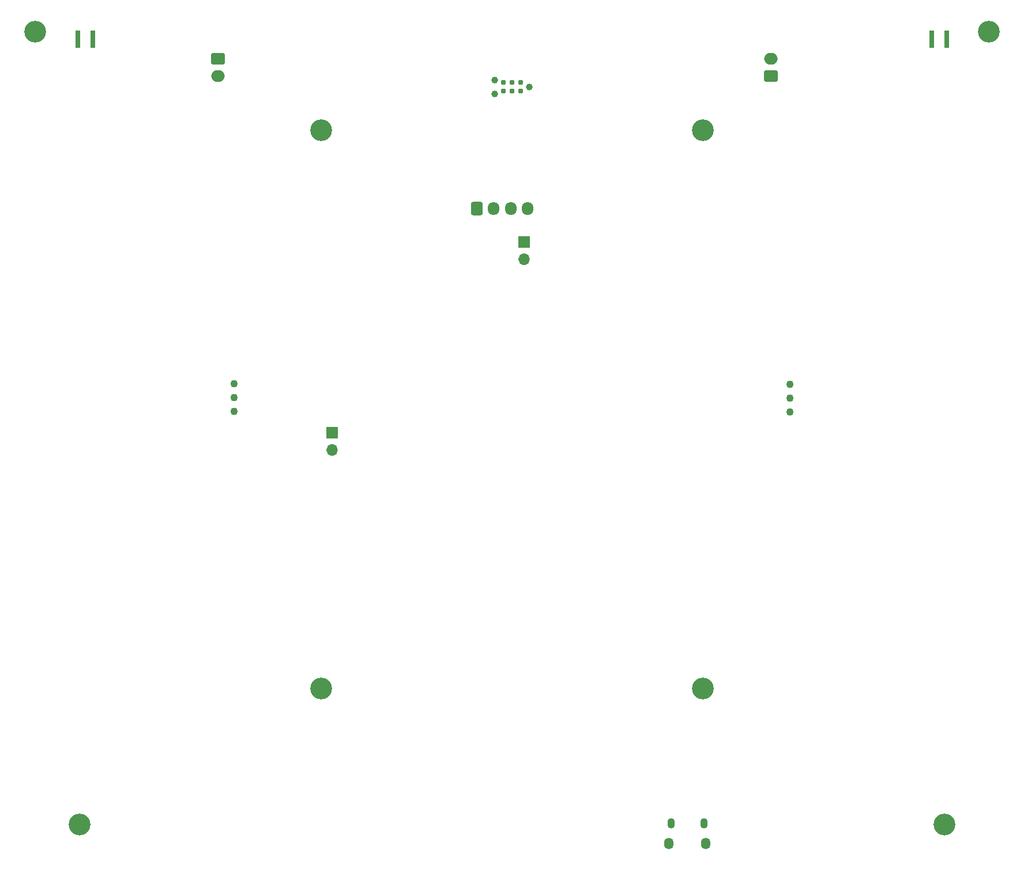
<source format=gbs>
G04 #@! TF.GenerationSoftware,KiCad,Pcbnew,8.0.2*
G04 #@! TF.CreationDate,2025-02-01T23:04:16-07:00*
G04 #@! TF.ProjectId,steering wheel v4,73746565-7269-46e6-9720-776865656c20,rev?*
G04 #@! TF.SameCoordinates,Original*
G04 #@! TF.FileFunction,Soldermask,Bot*
G04 #@! TF.FilePolarity,Negative*
%FSLAX46Y46*%
G04 Gerber Fmt 4.6, Leading zero omitted, Abs format (unit mm)*
G04 Created by KiCad (PCBNEW 8.0.2) date 2025-02-01 23:04:16*
%MOMM*%
%LPD*%
G01*
G04 APERTURE LIST*
G04 Aperture macros list*
%AMRoundRect*
0 Rectangle with rounded corners*
0 $1 Rounding radius*
0 $2 $3 $4 $5 $6 $7 $8 $9 X,Y pos of 4 corners*
0 Add a 4 corners polygon primitive as box body*
4,1,4,$2,$3,$4,$5,$6,$7,$8,$9,$2,$3,0*
0 Add four circle primitives for the rounded corners*
1,1,$1+$1,$2,$3*
1,1,$1+$1,$4,$5*
1,1,$1+$1,$6,$7*
1,1,$1+$1,$8,$9*
0 Add four rect primitives between the rounded corners*
20,1,$1+$1,$2,$3,$4,$5,0*
20,1,$1+$1,$4,$5,$6,$7,0*
20,1,$1+$1,$6,$7,$8,$9,0*
20,1,$1+$1,$8,$9,$2,$3,0*%
G04 Aperture macros list end*
%ADD10C,3.200000*%
%ADD11R,1.700000X1.700000*%
%ADD12O,1.700000X1.700000*%
%ADD13O,1.350000X1.700000*%
%ADD14O,1.100000X1.500000*%
%ADD15C,1.100000*%
%ADD16R,0.750000X2.630000*%
%ADD17RoundRect,0.250000X-0.600000X-0.725000X0.600000X-0.725000X0.600000X0.725000X-0.600000X0.725000X0*%
%ADD18O,1.700000X1.950000*%
%ADD19RoundRect,0.250000X-0.750000X0.600000X-0.750000X-0.600000X0.750000X-0.600000X0.750000X0.600000X0*%
%ADD20O,2.000000X1.700000*%
%ADD21RoundRect,0.250000X0.750000X-0.600000X0.750000X0.600000X-0.750000X0.600000X-0.750000X-0.600000X0*%
%ADD22C,0.990600*%
%ADD23C,0.787400*%
G04 APERTURE END LIST*
D10*
X179921122Y-45487913D03*
X123921122Y-127500000D03*
D11*
X125471122Y-89922913D03*
D12*
X125471122Y-92462913D03*
D10*
X221921122Y-30987913D03*
X123921122Y-45487913D03*
D13*
X174945000Y-150280000D03*
D14*
X175255000Y-147280000D03*
X180095000Y-147280000D03*
D13*
X180405000Y-150280000D03*
D11*
X153700000Y-61900000D03*
D12*
X153700000Y-64440000D03*
D15*
X192721122Y-82837913D03*
X192721122Y-84837913D03*
X192721122Y-86837913D03*
D16*
X213598622Y-32095413D03*
X215728622Y-32095413D03*
D17*
X146721122Y-56937913D03*
D18*
X149221122Y-56937913D03*
X151721122Y-56937913D03*
X154221122Y-56937913D03*
D19*
X108721122Y-34987913D03*
D20*
X108721122Y-37487913D03*
D10*
X88421122Y-147487913D03*
D16*
X90336122Y-32112913D03*
X88206122Y-32112913D03*
D10*
X215421122Y-147487913D03*
X179921122Y-127500000D03*
D15*
X111156122Y-86752913D03*
X111156122Y-84752913D03*
X111156122Y-82752913D03*
D10*
X81921122Y-30987913D03*
D21*
X189921122Y-37487913D03*
D20*
X189921122Y-34987913D03*
D22*
X154461122Y-39087913D03*
X149381122Y-40103913D03*
X149381122Y-38071913D03*
D23*
X153191122Y-39722913D03*
X153191122Y-38452913D03*
X151921122Y-39722913D03*
X151921122Y-38452913D03*
X150651122Y-39722913D03*
X150651122Y-38452913D03*
M02*

</source>
